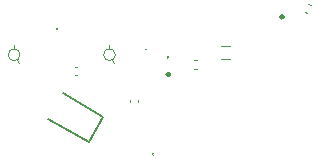
<source format=gbr>
%TF.GenerationSoftware,KiCad,Pcbnew,9.0.5*%
%TF.CreationDate,2025-10-30T22:03:55+01:00*%
%TF.ProjectId,36mm PCB,33366d6d-2050-4434-922e-6b696361645f,rev?*%
%TF.SameCoordinates,Original*%
%TF.FileFunction,Legend,Top*%
%TF.FilePolarity,Positive*%
%FSLAX46Y46*%
G04 Gerber Fmt 4.6, Leading zero omitted, Abs format (unit mm)*
G04 Created by KiCad (PCBNEW 9.0.5) date 2025-10-30 22:03:55*
%MOMM*%
%LPD*%
G01*
G04 APERTURE LIST*
%ADD10C,0.120000*%
%ADD11C,0.100000*%
%ADD12C,0.200000*%
%ADD13C,0.250000*%
G04 APERTURE END LIST*
D10*
%TO.C,C18*%
X147082164Y-101720000D02*
X147297836Y-101720000D01*
X147082164Y-101000000D02*
X147297836Y-101000000D01*
D11*
%TO.C,L2*%
X141930000Y-99500000D02*
X141930000Y-99200000D01*
X142180000Y-100433013D02*
X142330000Y-100692820D01*
X142430000Y-100000000D02*
G75*
G02*
X141430000Y-100000000I-500000J0D01*
G01*
X141430000Y-100000000D02*
G75*
G02*
X142430000Y-100000000I500000J0D01*
G01*
%TO.C,L3*%
X150000000Y-99500000D02*
X150000000Y-99200000D01*
X150250000Y-100433013D02*
X150400000Y-100692820D01*
X150500000Y-100000000D02*
G75*
G02*
X149500000Y-100000000I-500000J0D01*
G01*
X149500000Y-100000000D02*
G75*
G02*
X150500000Y-100000000I500000J0D01*
G01*
%TO.C,LED1*%
X145480000Y-97780000D02*
X145480000Y-97780000D01*
X145580000Y-97780000D02*
X145580000Y-97780000D01*
X145480000Y-97780000D02*
G75*
G02*
X145580000Y-97780000I50000J0D01*
G01*
X145580000Y-97780000D02*
G75*
G02*
X145480000Y-97780000I-50000J0D01*
G01*
D10*
%TO.C,C15*%
X166540125Y-96350697D02*
X166735590Y-96441844D01*
X166844410Y-95698156D02*
X167039875Y-95789303D01*
D11*
%TO.C,IC4*%
X153680000Y-108352500D02*
X153680000Y-108352500D01*
X153680000Y-108452501D02*
X153680000Y-108452501D01*
X153680000Y-108352500D02*
G75*
G02*
X153680000Y-108452502I-1J-50001D01*
G01*
X153680000Y-108452501D02*
G75*
G02*
X153680000Y-108352501I0J50000D01*
G01*
D10*
%TO.C,L4*%
X160239622Y-99270000D02*
X159440378Y-99270000D01*
X160239622Y-100390000D02*
X159440378Y-100390000D01*
%TO.C,C34*%
X157377836Y-100480000D02*
X157162164Y-100480000D01*
X157377836Y-101200000D02*
X157162164Y-101200000D01*
D12*
%TO.C,ANT1*%
X144812661Y-105437532D02*
X148233461Y-107412532D01*
X148233461Y-107412532D02*
X149483461Y-105247468D01*
X149483461Y-105247468D02*
X146062661Y-103272468D01*
D13*
%TO.C,IC5*%
X164740000Y-96790000D02*
G75*
G02*
X164490000Y-96790000I-125000J0D01*
G01*
X164490000Y-96790000D02*
G75*
G02*
X164740000Y-96790000I125000J0D01*
G01*
D11*
%TO.C,Y1*%
X154907328Y-100239302D02*
X154907328Y-100239302D01*
X154980464Y-100171103D02*
X154980464Y-100171103D01*
X154907328Y-100239302D02*
G75*
G02*
X154980464Y-100171103I36568J34100D01*
G01*
X154980464Y-100171103D02*
G75*
G02*
X154907328Y-100239302I-36569J-34098D01*
G01*
D10*
%TO.C,C25*%
X151710000Y-104007836D02*
X151710000Y-103792164D01*
X152430000Y-104007836D02*
X152430000Y-103792164D01*
D13*
%TO.C,D1*%
X155110000Y-101670000D02*
G75*
G02*
X154860000Y-101670000I-125000J0D01*
G01*
X154860000Y-101670000D02*
G75*
G02*
X155110000Y-101670000I125000J0D01*
G01*
D11*
%TO.C,IC1*%
X153150000Y-99590000D02*
G75*
G02*
X153050000Y-99590000I-50000J0D01*
G01*
X153050000Y-99590000D02*
G75*
G02*
X153150000Y-99590000I50000J0D01*
G01*
%TD*%
M02*

</source>
